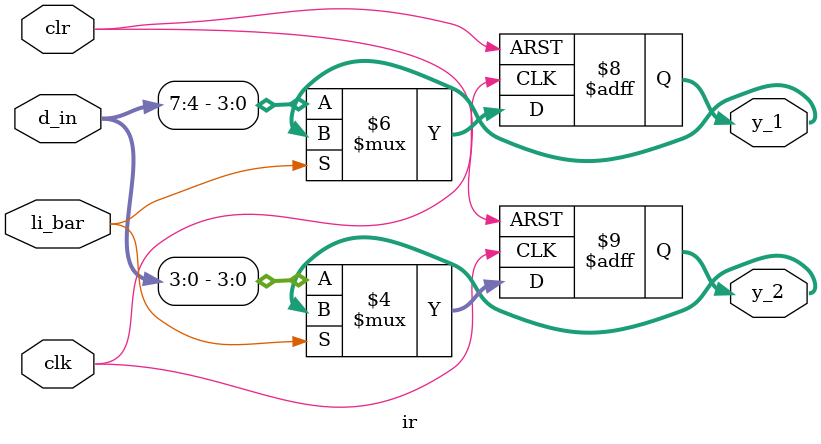
<source format=v>
module ir(y_1, y_2, d_in, li_bar ,clr, clk );

input [7:0] d_in ;
input li_bar , clr ,clk ;
output reg [3:0] y_1;  // y_1 msb
output reg [3:0] y_2; // lsb


reg [3:0]temp ;

always @(posedge clk or negedge clr)
begin 
	if (~clr) 
	begin 
		y_1 <= 4'b0000 ;
		y_2 <= 4'b0000 ;
	end
	else
	begin 
		if (~li_bar)
		begin 
			y_1 <= d_in[7:4] ;
			y_2 <= d_in[3:0] ;
		end
	end
end


endmodule 

</source>
